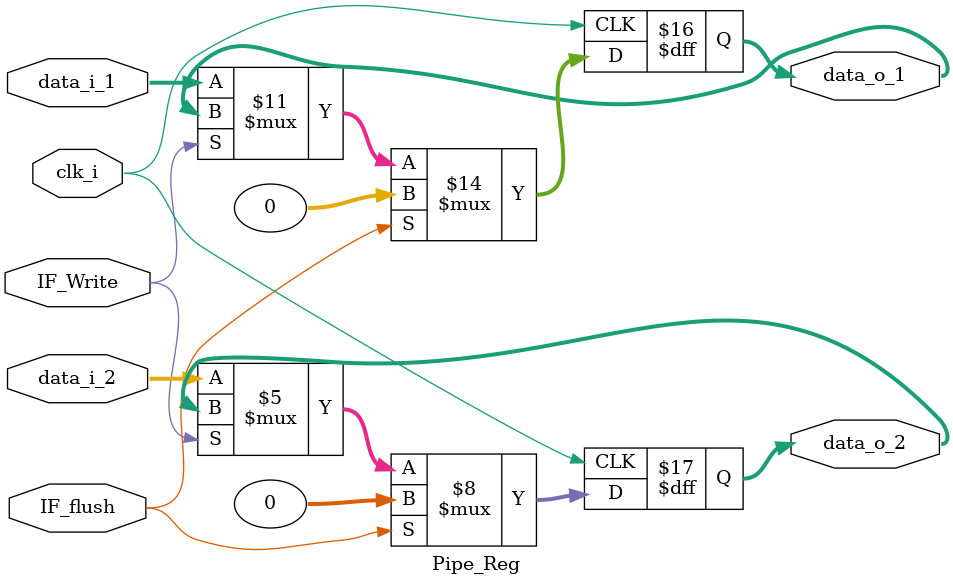
<source format=v>
module Pipe_Reg(
                    clk_i,
					IF_flush,
					IF_Write,					
					data_i_1,
					data_i_2,
					data_o_1,
				   data_o_2
					
					);
					
parameter size = 32;

input                    clk_i;	 
input  IF_flush;
input  IF_Write;
input      [32-1: 0] data_i_1;
output reg [32-1: 0] data_o_1;
input      [32-1: 0] data_i_2;
output reg [32-1: 0] data_o_2;


	  
always @(posedge clk_i) begin
   if(IF_flush==1)
	begin
    data_o_1 <=0 ;
	 data_o_2 <= 0;
	 end
	 else if(IF_Write==1)
    begin
	 
    data_o_1 <= data_o_1;
	 data_o_2 <= data_o_2;	 	 
	 
	 end
	 else 
	 begin
	 data_o_1 <= data_i_1;
	 data_o_2 <= data_i_2;
	 end
end

endmodule	
</source>
